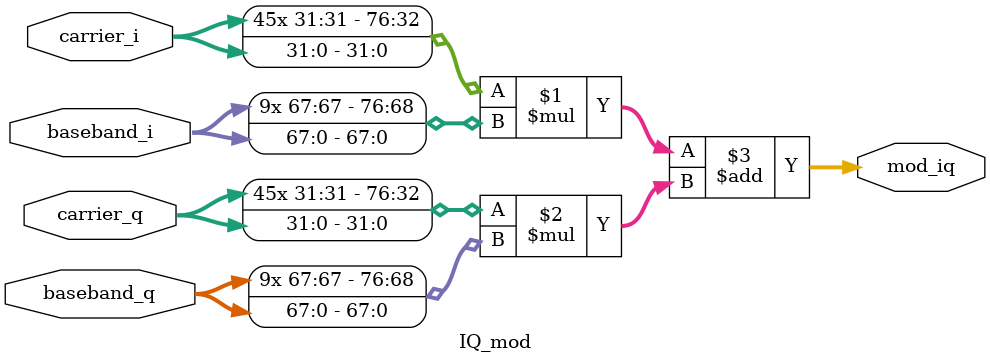
<source format=v>
module IQ_mod #(
    // parameters
) (
    // input clk,
    // input rst_n,
    input  [31:0] carrier_i,
    input  [31:0] carrier_q,
    input  [67:0] baseband_i,
    input  [67:0] baseband_q,
    output [76:0] mod_iq
);

assign mod_iq = $signed(carrier_i) * $signed(baseband_i) + $signed(carrier_q) * $signed(baseband_q);

endmodule
</source>
